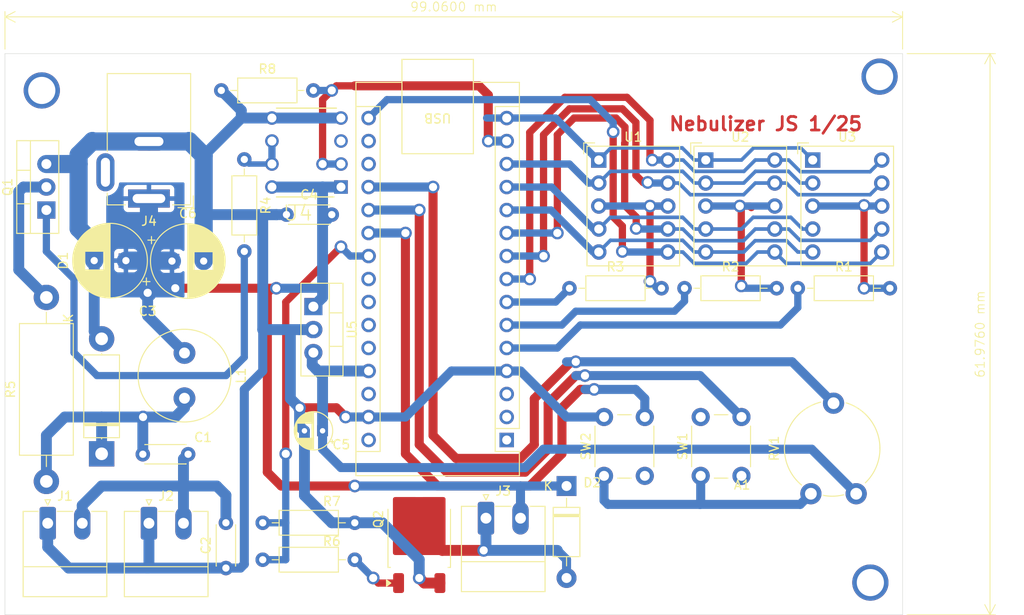
<source format=kicad_pcb>
(kicad_pcb (version 20240108) (generator "pcbnew") (generator_version "8.0")
  (layers (0 "F.Cu" signal) (31 "B.Cu" signal) (34 "B.Paste" user) (35 "F.Paste" user) (36 "B.SilkS" user "B.Silkscreen") (37 "F.SilkS" user "F.Silkscreen") (38 "B.Mask" user) (39 "F.Mask" user) (44 "Edge.Cuts" user))
  (net 0 "")
  (net 3 "SEG_A")
  (net 4 "GND")
  (net 6 "DIG_2")
  (net 7 "SEG_B")
  (net 8 "+5V")
  (net 11 "DIG_3")
  (net 12 "SEG_DP")
  (net 14 "SEG_E")
  (net 15 "SEG_D")
  (net 19 "SEG_G")
  (net 20 "DIG_1")
  (net 21 "SEG_F")
  (net 24 "SEG_C")
  (net 25 "Net-(R1-Pad2)")
  (net 26 "Net-(R2-Pad2)")
  (net 27 "Net-(R3-Pad2)")
  (net 28 "Net-(A1-A0)")
  (net 29 "Net-(J1-Pin_2)")
  (net 30 "Net-(Q1-D)")
  (net 31 "Net-(A1-A1)")
  (net 32 "Pumpe")
  (net 33 "Net-(A1-D11)")
  (net 34 "+12V")
  (net 35 "Net-(D2-A)")
  (net 37 "Net-(Q1-G)")
  (net 38 "Net-(Q2-G)")
  (net 39 "Net-(U4-~OUT)")
  (net 41 "Net-(A1-A2)")
  (net 42 "Net-(D1-A1)")
  (footprint "Potentiometer_THT:Potentiometer_Piher_PT-10-V10_Vertical" (layer "F.Cu") (at 125.944 68.928 90)
    (property "Reference" "RV1")
    (property "Value" "4k7")
  )
  (footprint "Connector_Phoenix_MC:PhoenixContact_MC_1,5_2-G-3.81_1x02_P3.81mm_Horizontal" (layer "F.Cu") (at 36.724 72.186)
    (property "Reference" "J1")
    (property "Value" "Conn_01x02_Pin")
  )
  (footprint "Resistor_THT:R_Axial_DIN0207_L6.3mm_D2.5mm_P10.16mm_Horizontal" (layer "F.Cu") (at 107 46.23)
    (property "Reference" "R2")
    (property "Value" "180R")
  )
  (footprint "Display_7Segment:Sx39-1xxxxx" (layer "F.Cu") (at 97.536 32.07)
    (property "Reference" "U1")
    (property "Value" "SC39-11SRWA")
  )
  (footprint "Connector_Phoenix_MC:PhoenixContact_MC_1,5_2-G-3.81_1x02_P3.81mm_Horizontal" (layer "F.Cu") (at 47.894 72.186)
    (property "Reference" "J2")
    (property "Value" "Conn_01x02_Pin")
  )
  (footprint "Capacitor_THT:C_Disc_D4.3mm_W1.9mm_P5.00mm" (layer "F.Cu") (at 47.218 64.566)
    (property "Reference" "C1")
    (property "Value" "220n")
  )
  (footprint "Package_TO_SOT_THT:TO-220-3_Vertical" (layer "F.Cu") (at 66.04 48.26 -90)
    (property "Reference" "U5")
    (property "Value" "L7805")
  )
  (footprint "Resistor_THT:R_Axial_DIN0207_L6.3mm_D2.5mm_P10.16mm_Horizontal" (layer "F.Cu") (at 60.451 76.214)
    (property "Reference" "R6")
    (property "Value" "180r")
  )
  (footprint "Capacitor_THT:CP_Radial_D8.0mm_P3.50mm" (layer "F.Cu") (at 45.354 43.18 180)
    (property "Reference" "C3")
    (property "Value" "470u")
  )
  (footprint "Diode_THT:D_DO-41_SOD81_P10.16mm_Horizontal" (layer "F.Cu") (at 93.98 68.072 -90)
    (property "Reference" "D2")
    (property "Value" "1N4007")
  )
  (footprint "Resistor_THT:R_Axial_DIN0207_L6.3mm_D2.5mm_P10.16mm_Horizontal" (layer "F.Cu") (at 55.88 24.384)
    (property "Reference" "R8")
    (property "Value" "10k")
  )
  (footprint "Module:Arduino_Nano" (layer "F.Cu") (at 87.376 62.992 180)
    (property "Reference" "A1")
    (property "Value" "Arduino_Nano_v3.x")
  )
  (footprint "Resistor_THT:R_Axial_DIN0614_L14.3mm_D5.7mm_P20.32mm_Horizontal" (layer "F.Cu") (at 36.576 67.564 90)
    (property "Reference" "R5")
    (property "Value" "0r1")
  )
  (footprint "Connector_BarrelJack:BarrelJack_GCT_DCJ200-10-A_Horizontal" (layer "F.Cu") (at 47.894 36.322 180)
    (property "Reference" "J4")
    (property "Value" "Barrel_Jack_Switch")
  )
  (footprint "Display_7Segment:Sx39-1xxxxx" (layer "F.Cu") (at 121.146 32.07)
    (property "Reference" "U3")
    (property "Value" "SC39-11SRWA")
  )
  (footprint "Package_TO_SOT_SMD:TO-252-2" (layer "F.Cu") (at 77.723 73.753 90)
    (property "Reference" "Q2")
    (property "Value" "IRFR3410")
  )
  (footprint "Capacitor_THT:CP_Radial_D4.0mm_P2.00mm" (layer "F.Cu") (at 67.056 61.976 180)
    (property "Reference" "C5")
    (property "Value" "10u")
  )
  (footprint "Capacitor_THT:C_Disc_D4.3mm_W1.9mm_P5.00mm" (layer "F.Cu") (at 63.072 38.1)
    (property "Reference" "C4")
    (property "Value" "100n")
  )
  (footprint "Package_TO_SOT_THT:TO-220-3_Vertical" (layer "F.Cu") (at 36.576 37.592 90)
    (property "Reference" "Q1")
    (property "Value" "IRFI640")
  )
  (footprint "Capacitor_THT:C_Disc_D4.3mm_W1.9mm_P5.00mm" (layer "F.Cu") (at 56.388 77.136 90)
    (property "Reference" "C2")
    (property "Value" "1n")
  )
  (footprint "MCP1407_E_P:DIP254P762X432-8" (layer "F.Cu") (at 61.468 27.432 180)
    (property "Reference" "U4")
    (property "Value" "MCP1407-E_P")
  )
  (footprint "Inductor_THT:L_Radial_D10.0mm_P5.00mm_Neosid_SD12_style3" (layer "F.Cu") (at 51.816 53.38 -90)
    (property "Reference" "L1")
    (property "Value" "100u")
  )
  (footprint "Capacitor_THT:CP_Radial_D8.0mm_P3.50mm" (layer "F.Cu") (at 50.434 43.23)
    (property "Reference" "C6")
    (property "Value" "470u")
  )
  (footprint "Resistor_THT:R_Axial_DIN0207_L6.3mm_D2.5mm_P10.16mm_Horizontal" (layer "F.Cu") (at 94.3 46.23)
    (property "Reference" "R3")
    (property "Value" "180R")
  )
  (footprint "Button_Switch_THT:SW_PUSH_6mm_H5mm" (layer "F.Cu") (at 108.784 66.952 90)
    (property "Reference" "SW1")
    (property "Value" "SW_Push")
  )
  (footprint "Display_7Segment:Sx39-1xxxxx" (layer "F.Cu") (at 109.341 32.07)
    (property "Reference" "U2")
    (property "Value" "SC39-11SRWA")
  )
  (footprint "Connector_Phoenix_MC:PhoenixContact_MC_1,5_2-G-3.81_1x02_P3.81mm_Horizontal" (layer "F.Cu") (at 85.088 71.628)
    (property "Reference" "J3")
    (property "Value" "Conn_01x02_Pin")
  )
  (footprint "Diode_THT:D_5W_P12.70mm_Horizontal" (layer "F.Cu") (at 42.672 64.516 90)
    (property "Reference" "D1")
    (property "Value" "P6KE 220A")
  )
  (footprint "Button_Switch_THT:SW_PUSH_6mm_H5mm" (layer "F.Cu") (at 98.116 66.952 90)
    (property "Reference" "SW2")
    (property "Value" "SW_Push")
  )
  (footprint "Resistor_THT:R_Axial_DIN0207_L6.3mm_D2.5mm_P10.16mm_Horizontal" (layer "F.Cu") (at 58.42 32.004 -90)
    (property "Reference" "R4")
    (property "Value" "10r")
  )
  (footprint "Resistor_THT:R_Axial_DIN0207_L6.3mm_D2.5mm_P10.16mm_Horizontal" (layer "F.Cu") (at 119.5 46.23)
    (property "Reference" "R1")
    (property "Value" "180R")
  )
  (footprint "Resistor_THT:R_Axial_DIN0207_L6.3mm_D2.5mm_P10.16mm_Horizontal" (layer "F.Cu") (at 60.451 72.136)
    (property "Reference" "R7")
    (property "Value" "100k")
  )
  (gr_line (start 131.064 20.32) (end 131.064 82.296) (stroke (width 0.05)) (layer "Edge.Cuts"))
  (gr_line (start 32.512 82.296) (end 32.004 82.296) (stroke (width 0.05)) (layer "Edge.Cuts"))
  (gr_line (start 131.064 20.32) (end 32.004 20.32) (stroke (width 0.05)) (layer "Edge.Cuts"))
  (gr_line (start 32.004 82.296) (end 32.004 20.32) (stroke (width 0.05)) (layer "Edge.Cuts"))
  (gr_line (start 131.064 82.296) (end 32.512 82.296) (stroke (width 0.05)) (layer "Edge.Cuts"))
  (gr_text "Nebulizer JS 1/25" (at 105.156 28.956 0) (layer "F.Cu") (effects (font (size 1.5 1.5) (thickness 0.3) (bold yes)) (justify left bottom)))
  (dimension (type aligned) (layer "F.SilkS") (pts (xy 131.064 20.32) (xy 32.004 20.32)) (height 4.063999) (gr_text "99,0600 mm" (at 81.534 15.156001 0) (layer "F.SilkS") (effects (font (size 1 1) (thickness 0.1)))) (format (prefix "") (suffix "") (units 3) (units_format 1) (precision 4)) (style (thickness 0.1) (arrow_length 1.27) (text_position_mode 0) (extension_height 0.58642) (extension_offset 0.5) keep_text_aligned))
  (dimension (type aligned) (layer "F.SilkS") (pts (xy 131.064 20.32) (xy 131.064 82.296)) (height -9.652) (gr_text "61,9760 mm" (at 139.616 51.308 90) (layer "F.SilkS") (effects (font (size 1 1) (thickness 0.1)))) (format (prefix "") (suffix "") (units 3) (units_format 1) (precision 4)) (style (thickness 0.1) (arrow_length 1.27) (text_position_mode 0) (extension_height 0.58642) (extension_offset 0.5) keep_text_aligned))
  (via (at 36.068 24.384) (size 4) (drill 3) (layers "F.Cu" "B.Cu") (net 0))
  (via (at 128.524 22.86) (size 4) (drill 3) (layers "F.Cu" "B.Cu") (net 0))
  (via (at 127.508 78.74) (size 4) (drill 3) (layers "F.Cu" "B.Cu") (net 0))
  (segment (start 100.65 25.146) (end 103.19 27.686) (width 0.8) (layer "F.Cu") (net 3))
  (segment (start 103.19 31.816) (end 103.444 32.07) (width 0.8) (layer "F.Cu") (net 3))
  (segment (start 89.916 29.022) (end 93.792 25.146) (width 0.8) (layer "F.Cu") (net 3))
  (segment (start 93.792 25.146) (end 100.65 25.146) (width 0.8) (layer "F.Cu") (net 3))
  (segment (start 103.19 27.686) (end 103.19 31.816) (width 0.8) (layer "F.Cu") (net 3))
  (segment (start 89.916 45.212) (end 89.916 29.022) (width 0.8) (layer "F.Cu") (net 3))
  (via (at 89.916 45.212) (size 1.4) (drill 0.9) (layers "F.Cu" "B.Cu") (net 3))
  (via (at 103.444 32.07) (size 1.4) (drill 0.9) (layers "F.Cu" "B.Cu") (net 3))
  (segment (start 127.476 33.36) (end 128.766 32.07) (width 0.4) (layer "B.Cu") (net 3))
  (segment (start 103.444 32.07) (end 105.156 32.07) (width 0.8) (layer "B.Cu") (net 3))
  (segment (start 114.808 32.07) (end 116.961 32.07) (width 0.4) (layer "B.Cu") (net 3))
  (segment (start 113.558 33.32) (end 114.808 32.07) (width 0.4) (layer "B.Cu") (net 3))
  (segment (start 118.496 32.07) (end 119.786 33.36) (width 0.4) (layer "B.Cu") (net 3))
  (segment (start 87.376 45.212) (end 89.916 45.212) (width 0.8) (layer "B.Cu") (net 3))
  (segment (start 106.841 32.07) (end 108.091 33.32) (width 0.4) (layer "B.Cu") (net 3))
  (segment (start 119.786 33.36) (end 127.476 33.36) (width 0.4) (layer "B.Cu") (net 3))
  (segment (start 105.156 32.07) (end 106.841 32.07) (width 0.4) (layer "B.Cu") (net 3))
  (segment (start 108.091 33.32) (end 113.558 33.32) (width 0.4) (layer "B.Cu") (net 3))
  (segment (start 116.961 32.07) (end 118.496 32.07) (width 0.4) (layer "B.Cu") (net 3))
  (segment (start 80.003 78.793) (end 78.284 78.793) (width 1.2) (layer "F.Cu") (net 4))
  (segment (start 78.284 78.793) (end 77.723 78.232) (width 1.2) (layer "F.Cu") (net 4))
  (segment (start 68.58 59.436) (end 64.516 59.436) (width 1) (layer "F.Cu") (net 4))
  (segment (start 69.596 60.452) (end 68.58 59.436) (width 1) (layer "F.Cu") (net 4))
  (via (at 64.516 59.436) (size 1.4) (drill 0.9) (layers "F.Cu" "B.Cu") (net 4))
  (via (at 69.596 60.452) (size 1.4) (drill 0.9) (layers "F.Cu" "B.Cu") (net 4))
  (via (at 77.723 78.232) (size 1.4) (drill 0.9) (layers "F.Cu" "B.Cu") (net 4))
  (segment (start 52.274 30.022) (end 47.894 30.022) (width 2) (layer "B.Cu") (net 4))
  (segment (start 98.552 70.104) (end 108.712 70.104) (width 1) (layer "B.Cu") (net 4))
  (segment (start 63.072 38.1) (end 61.976 38.1) (width 1.2) (layer "B.Cu") (net 4))
  (segment (start 65.056 61.976) (end 65.024 61.976) (width 1.2) (layer "B.Cu") (net 4))
  (segment (start 98.116 66.952) (end 98.116 69.668) (width 1) (layer "B.Cu") (net 4))
  (segment (start 58.084 26.588) (end 55.88 24.384) (width 1.2) (layer "B.Cu") (net 4))
  (segment (start 87.376 55.372) (end 81.28 55.372) (width 1) (layer "B.Cu") (net 4))
  (segment (start 53.934 43.23) (end 53.934 38.1) (width 2) (layer "B.Cu") (net 4))
  (segment (start 40.132 39.624) (end 40.132 32.512) (width 2) (layer "B.Cu") (net 4))
  (segment (start 61.976 38.1) (end 53.934 38.1) (width 1.2) (layer "B.Cu") (net 4))
  (segment (start 108.784 66.952) (end 108.784 70.032) (width 1) (layer "B.Cu") (net 4))
  (segment (start 64.516 59.436) (end 63.5 58.42) (width 1.2) (layer "B.Cu") (net 4))
  (segment (start 70.611 72.136) (end 68.071 72.136) (width 1.2) (layer "B.Cu") (net 4))
  (segment (start 77.723 78.232) (end 77.723 76.2) (width 1.2) (layer "B.Cu") (net 4))
  (segment (start 56.388 77.136) (end 57.992 77.136) (width 1) (layer "B.Cu") (net 4))
  (segment (start 41.854 43.18) (end 41.854 41.346) (width 2) (layer "B.Cu") (net 4))
  (segment (start 58.084 27.432) (end 58.084 26.588) (width 1.2) (layer "B.Cu") (net 4))
  (segment (start 47.894 72.186) (end 47.894 76.994) (width 1.2) (layer "B.Cu") (net 4))
  (segment (start 63.5 58.42) (end 63.5 50.8) (width 1.2) (layer "B.Cu") (net 4))
  (segment (start 108.712 70.104) (end 119.768 70.104) (width 1) (layer "B.Cu") (net 4))
  (segment (start 47.752 77.136) (end 39.036 77.136) (width 1.2) (layer "B.Cu") (net 4))
  (segment (start 65.024 61.976) (end 64.516 61.468) (width 1.2) (layer "B.Cu") (net 4))
  (segment (start 77.723 76.2) (end 73.659 72.136) (width 1.2) (layer "B.Cu") (net 4))
  (segment (start 60.452 50.8) (end 60.452 38.1) (width 1.2) (layer "B.Cu") (net 4))
  (segment (start 93.98 60.452) (end 88.9 55.372) (width 1) (layer "B.Cu") (net 4))
  (segment (start 119.768 70.104) (end 120.944 68.928) (width 1) (layer "B.Cu") (net 4))
  (segment (start 66.04 50.8) (end 64.516 50.8) (width 1.2) (layer "B.Cu") (net 4))
  (segment (start 108.784 70.032) (end 108.712 70.104) (width 1) (layer "B.Cu") (net 4))
  (segment (start 58.084 27.432) (end 53.934 31.582) (width 1.2) (layer "B.Cu") (net 4))
  (segment (start 56.388 77.136) (end 47.752 77.136) (width 1.2) (layer "B.Cu") (net 4))
  (segment (start 61.468 27.432) (end 58.084 27.432) (width 1.2) (layer "B.Cu") (net 4))
  (segment (start 88.9 55.372) (end 87.376 55.372) (width 1) (layer "B.Cu") (net 4))
  (segment (start 41.854 41.346) (end 40.132 39.624) (width 2) (layer "B.Cu") (net 4))
  (segment (start 98.116 69.668) (end 98.552 70.104) (width 1) (layer "B.Cu") (net 4))
  (segment (start 41.706 30.022) (end 47.894 30.022) (width 2) (layer "B.Cu") (net 4))
  (segment (start 58.42 76.708) (end 58.42 57.404) (width 1) (layer "B.Cu") (net 4))
  (segment (start 60.452 55.372) (end 60.452 50.8) (width 1) (layer "B.Cu") (net 4))
  (segment (start 40.132 32.512) (end 36.576 32.512) (width 2) (layer "B.Cu") (net 4))
  (segment (start 93.98 60.452) (end 98.116 60.452) (width 1) (layer "B.Cu") (net 4))
  (segment (start 39.036 77.136) (end 36.724 74.824) (width 1.2) (layer "B.Cu") (net 4))
  (segment (start 53.934 31.582) (end 52.324 29.972) (width 2) (layer "B.Cu") (net 4))
  (segment (start 72.136 60.452) (end 69.596 60.452) (width 1) (layer "B.Cu") (net 4))
  (segment (start 76.2 60.452) (end 72.136 60.452) (width 1) (layer "B.Cu") (net 4))
  (segment (start 41.656 29.972) (end 41.706 30.022) (width 2) (layer "B.Cu") (net 4))
  (segment (start 81.28 55.372) (end 76.2 60.452) (width 1) (layer "B.Cu") (net 4))
  (segment (start 69.088 27.432) (end 61.468 27.432) (width 1.2) (layer "B.Cu") (net 4))
  (segment (start 41.854 50.998) (end 42.672 51.816) (width 1.2) (layer "B.Cu") (net 4))
  (segment (start 60.452 38.1) (end 61.976 38.1) (width 1.2) (layer "B.Cu") (net 4))
  (segment (start 58.42 57.404) (end 60.452 55.372) (width 1) (layer "B.Cu") (net 4))
  (segment (start 41.854 43.18) (end 41.854 50.998) (width 1.2) (layer "B.Cu") (net 4))
  (segment (start 36.724 74.824) (end 36.724 72.186) (width 1.2) (layer "B.Cu") (net 4))
  (segment (start 53.934 38.1) (end 53.934 31.582) (width 2) (layer "B.Cu") (net 4))
  (segment (start 64.516 61.468) (end 64.516 59.436) (width 1.2) (layer "B.Cu") (net 4))
  (segment (start 40.132 32.512) (end 40.132 31.496) (width 2) (layer "B.Cu") (net 4))
  (segment (start 68.071 72.136) (end 65.056 69.121) (width 1.2) (layer "B.Cu") (net 4))
  (segment (start 57.992 77.136) (end 58.42 76.708) (width 1) (layer "B.Cu") (net 4))
  (segment (start 65.056 69.121) (end 65.056 61.976) (width 1.2) (layer "B.Cu") (net 4))
  (segment (start 73.659 72.136) (end 70.611 72.136) (width 1.2) (layer "B.Cu") (net 4))
  (segment (start 63.5 50.8) (end 60.452 50.8) (width 1.2) (layer "B.Cu") (net 4))
  (segment (start 47.894 76.994) (end 47.752 77.136) (width 1.2) (layer "B.Cu") (net 4))
  (segment (start 52.324 29.972) (end 52.274 30.022) (width 2) (layer "B.Cu") (net 4))
  (segment (start 40.132 31.496) (end 41.656 29.972) (width 2) (layer "B.Cu") (net 4))
  (segment (start 64.516 50.8) (end 63.5 50.8) (width 1.2) (layer "B.Cu") (net 4))
  (segment (start 105.894 48.768) (end 107 47.662) (width 0.8) (layer "B.Cu") (net 6))
  (segment (start 94.996 48.768) (end 105.894 48.768) (width 0.8) (layer "B.Cu") (net 6))
  (segment (start 87.376 50.292) (end 93.472 50.292) (width 0.8) (layer "B.Cu") (net 6))
  (segment (start 107 47.662) (end 107 46.23) (width 0.8) (layer "B.Cu") (net 6))
  (segment (start 93.472 50.292) (end 94.996 48.768) (width 0.8) (layer "B.Cu") (net 6))
  (segment (start 91.44 29.276) (end 91.44 42.164) (width 0.8) (layer "F.Cu") (net 7))
  (segment (start 102.428 34.544) (end 102.936 34.544) (width 0.8) (layer "F.Cu") (net 7))
  (segment (start 101.636 33.752) (end 102.428 34.544) (width 0.8) (layer "F.Cu") (net 7))
  (segment (start 94.3 26.416) (end 100.142 26.416) (width 0.8) (layer "F.Cu") (net 7))
  (segment (start 94.3 26.416) (end 91.44 29.276) (width 0.8) (layer "F.Cu") (net 7))
  (segment (start 91.44 42.164) (end 91.44 42.672) (width 0.8) (layer "F.Cu") (net 7))
  (segment (start 100.142 26.416) (end 101.636 27.91) (width 0.8) (layer "F.Cu") (net 7))
  (segment (start 101.636 27.91) (end 101.636 33.752) (width 0.8) (layer "F.Cu") (net 7))
  (via (at 91.44 42.672) (size 1.4) (drill 0.9) (layers "F.Cu" "B.Cu") (net 7))
  (via (at 102.936 34.544) (size 1.4) (drill 0.9) (layers "F.Cu" "B.Cu") (net 7))
  (segment (start 103.002 34.61) (end 102.936 34.544) (width 0.8) (layer "B.Cu") (net 7))
  (segment (start 106.358081 34.61) (end 107.648081 35.9) (width 0.4) (layer "B.Cu") (net 7))
  (segment (start 119.532 35.9) (end 127.476 35.9) (width 0.4) (layer "B.Cu") (net 7))
  (segment (start 116.961 34.61) (end 118.242 34.61) (width 0.4) (layer "B.Cu") (net 7))
  (segment (start 105.156 34.61) (end 103.002 34.61) (width 0.8) (layer "B.Cu") (net 7))
  (segment (start 113.518 35.9) (end 114.808 34.61) (width 0.4) (layer "B.Cu") (net 7))
  (segment (start 127.476 35.9) (end 128.766 34.61) (width 0.4) (layer "B.Cu") (net 7))
  (segment (start 107.648081 35.9) (end 113.518 35.9) (width 0.4) (layer "B.Cu") (net 7))
  (segment (start 118.242 34.61) (end 119.532 35.9) (width 0.4) (layer "B.Cu") (net 7))
  (segment (start 105.156 34.61) (end 106.358081 34.61) (width 0.4) (layer "B.Cu") (net 7))
  (segment (start 114.808 34.61) (end 116.961 34.61) (width 0.4) (layer "B.Cu") (net 7))
  (segment (start 91.44 42.672) (end 87.376 42.672) (width 0.8) (layer "B.Cu") (net 7))
  (segment (start 67.056 61.976) (end 67.056 55.88) (width 1.2) (layer "B.Cu") (net 8))
  (segment (start 72.136 55.372) (end 66.548 55.372) (width 1.2) (layer "B.Cu") (net 8))
  (segment (start 69.088 66.04) (end 67.056 64.008) (width 1) (layer "B.Cu") (net 8))
  (segment (start 67.056 64.008) (end 67.056 61.976) (width 1) (layer "B.Cu") (net 8))
  (segment (start 121.024 64.008) (end 91.44 64.008) (width 1) (layer "B.Cu") (net 8))
  (segment (start 65.916 54.74) (end 65.916 53.464) (width 1.2) (layer "B.Cu") (net 8))
  (segment (start 125.944 68.928) (end 121.024 64.008) (width 1) (layer "B.Cu") (net 8))
  (segment (start 91.44 64.008) (end 89.408 66.04) (width 1) (layer "B.Cu") (net 8))
  (segment (start 89.408 66.04) (end 69.088 66.04) (width 1) (layer "B.Cu") (net 8))
  (segment (start 66.548 55.372) (end 66.294 55.118) (width 1.2) (layer "B.Cu") (net 8))
  (segment (start 67.056 55.88) (end 66.294 55.118) (width 1.2) (layer "B.Cu") (net 8))
  (segment (start 65.916 53.464) (end 66.04 53.34) (width 1.2) (layer "B.Cu") (net 8))
  (segment (start 66.294 55.118) (end 65.916 54.74) (width 1.2) (layer "B.Cu") (net 8))
  (segment (start 87.376 47.752) (end 92.778 47.752) (width 0.8) (layer "B.Cu") (net 11))
  (segment (start 92.778 47.752) (end 94.3 46.23) (width 0.8) (layer "B.Cu") (net 11))
  (segment (start 99.126 38.354) (end 99.126 28.956) (width 0.8) (layer "F.Cu") (net 12))
  (segment (start 100.142 42.164) (end 100.142 39.37) (width 0.8) (layer "F.Cu") (net 12))
  (segment (start 100.142 39.37) (end 99.126 38.354) (width 0.8) (layer "F.Cu") (net 12))
  (via (at 99.126 28.956) (size 1.4) (drill 0.9) (layers "F.Cu" "B.Cu") (net 12))
  (via (at 100.142 42.164) (size 1.4) (drill 0.9) (layers "F.Cu" "B.Cu") (net 12))
  (segment (start 74.168 25.4) (end 96.586 25.4) (width 0.8) (layer "B.Cu") (net 12))
  (segment (start 74.168 25.4) (end 72.136 27.432) (width 0.8) (layer "B.Cu") (net 12))
  (segment (start 99.126 28.956) (end 99.126 27.94) (width 0.8) (layer "B.Cu") (net 12))
  (segment (start 113.812 43.48) (end 115.062 42.23) (width 0.4) (layer "B.Cu") (net 12))
  (segment (start 108.062 43.48) (end 113.812 43.48) (width 0.4) (layer "B.Cu") (net 12))
  (segment (start 100.208 42.23) (end 105.156 42.23) (width 0.8) (layer "B.Cu") (net 12))
  (segment (start 100.142 42.164) (end 100.208 42.23) (width 0.8) (layer "B.Cu") (net 12))
  (segment (start 127.516 43.48) (end 128.766 42.23) (width 0.4) (layer "B.Cu") (net 12))
  (segment (start 115.062 42.23) (end 116.961 42.23) (width 0.4) (layer "B.Cu") (net 12))
  (segment (start 106.812 42.23) (end 108.062 43.48) (width 0.4) (layer "B.Cu") (net 12))
  (segment (start 116.961 42.23) (end 118.211 43.48) (width 0.4) (layer "B.Cu") (net 12))
  (segment (start 105.156 42.23) (end 106.812 42.23) (width 0.4) (layer "B.Cu") (net 12))
  (segment (start 118.211 43.48) (end 127.516 43.48) (width 0.4) (layer "B.Cu") (net 12))
  (segment (start 99.126 27.94) (end 96.586 25.4) (width 0.8) (layer "B.Cu") (net 12))
  (segment (start 120.02 39.69) (end 121.146 39.69) (width 0.4) (layer "B.Cu") (net 14))
  (segment (start 87.376 35.052) (end 92.3315 35.052) (width 0.8) (layer "B.Cu") (net 14))
  (segment (start 108.082 39.69) (end 109.341 39.69) (width 0.4) (layer "B.Cu") (net 14))
  (segment (start 97.536 39.69) (end 98.826 38.4) (width 0.4) (layer "B.Cu") (net 14))
  (segment (start 98.826 38.4) (end 106.792 38.4) (width 0.4) (layer "B.Cu") (net 14))
  (segment (start 97.536 39.69) (end 96.9695 39.69) (width 0.8) (layer "B.Cu") (net 14))
  (segment (start 113.284 39.69) (end 114.574 38.4) (width 0.4) (layer "B.Cu") (net 14))
  (segment (start 118.73 38.4) (end 120.02 39.69) (width 0.4) (layer "B.Cu") (net 14))
  (segment (start 96.9695 39.69) (end 92.3315 35.052) (width 0.8) (layer "B.Cu") (net 14))
  (segment (start 106.792 38.4) (end 108.082 39.69) (width 0.4) (layer "B.Cu") (net 14))
  (segment (start 109.341 39.69) (end 113.284 39.69) (width 0.4) (layer "B.Cu") (net 14))
  (segment (start 114.574 38.4) (end 118.73 38.4) (width 0.4) (layer "B.Cu") (net 14))
  (segment (start 97.536 42.23) (end 98.826 40.94) (width 0.4) (layer "B.Cu") (net 15))
  (segment (start 106.792 40.94) (end 108.082 42.23) (width 0.4) (layer "B.Cu") (net 15))
  (segment (start 113.538 42.23) (end 114.788 40.98) (width 0.4) (layer "B.Cu") (net 15))
  (segment (start 114.788 40.98) (end 118.262 40.98) (width 0.4) (layer "B.Cu") (net 15))
  (segment (start 87.376 37.592) (end 92.268 37.592) (width 0.8) (layer "B.Cu") (net 15))
  (segment (start 98.826 40.94) (end 106.792 40.94) (width 0.4) (layer "B.Cu") (net 15))
  (segment (start 96.906 42.23) (end 92.268 37.592) (width 0.8) (layer "B.Cu") (net 15))
  (segment (start 119.512 42.23) (end 121.146 42.23) (width 0.4) (layer "B.Cu") (net 15))
  (segment (start 109.341 42.23) (end 113.538 42.23) (width 0.4) (layer "B.Cu") (net 15))
  (segment (start 118.262 40.98) (end 119.512 42.23) (width 0.4) (layer "B.Cu") (net 15))
  (segment (start 108.082 42.23) (end 109.341 42.23) (width 0.4) (layer "B.Cu") (net 15))
  (segment (start 97.536 42.23) (end 96.906 42.23) (width 0.8) (layer "B.Cu") (net 15))
  (segment (start 98.872 30.734) (end 106.746 30.734) (width 0.4) (layer "B.Cu") (net 19))
  (segment (start 97.536 32.07) (end 98.872 30.734) (width 0.4) (layer "B.Cu") (net 19))
  (segment (start 97.414 32.07) (end 92.776 27.432) (width 0.8) (layer "B.Cu") (net 19))
  (segment (start 109.341 32.07) (end 113.284 32.07) (width 0.4) (layer "B.Cu") (net 19))
  (segment (start 113.284 32.07) (end 114.62 30.734) (width 0.4) (layer "B.Cu") (net 19))
  (segment (start 119.81 30.734) (end 121.146 32.07) (width 0.4) (layer "B.Cu") (net 19))
  (segment (start 97.536 32.07) (end 97.414 32.07) (width 0.8) (layer "B.Cu") (net 19))
  (segment (start 108.082 32.07) (end 109.341 32.07) (width 0.4) (layer "B.Cu") (net 19))
  (segment (start 114.62 30.734) (end 119.81 30.734) (width 0.4) (layer "B.Cu") (net 19))
  (segment (start 92.776 27.432) (end 85.156 27.432) (width 0.8) (layer "B.Cu") (net 19))
  (segment (start 106.746 30.734) (end 108.082 32.07) (width 0.4) (layer "B.Cu") (net 19))
  (segment (start 119.5 48.37) (end 119.5 46.23) (width 0.8) (layer "B.Cu") (net 20))
  (segment (start 117.578 50.292) (end 119.5 48.37) (width 0.8) (layer "B.Cu") (net 20))
  (segment (start 87.376 52.832) (end 92.964 52.832) (width 0.8) (layer "B.Cu") (net 20))
  (segment (start 95.504 50.292) (end 117.578 50.292) (width 0.8) (layer "B.Cu") (net 20))
  (segment (start 92.964 52.832) (end 95.504 50.292) (width 0.8) (layer "B.Cu") (net 20))
  (segment (start 97.536 34.61) (end 98.826 33.32) (width 0.4) (layer "B.Cu") (net 21))
  (segment (start 87.376 32.512) (end 94.3 32.512) (width 0.8) (layer "B.Cu") (net 21))
  (segment (start 108.082 34.61) (end 109.341 34.61) (width 0.4) (layer "B.Cu") (net 21))
  (segment (start 114.828 33.32) (end 118.476 33.32) (width 0.4) (layer "B.Cu") (net 21))
  (segment (start 118.476 33.32) (end 119.766 34.61) (width 0.4) (layer "B.Cu") (net 21))
  (segment (start 119.766 34.61) (end 121.146 34.61) (width 0.4) (layer "B.Cu") (net 21))
  (segment (start 109.341 34.61) (end 113.538 34.61) (width 0.4) (layer "B.Cu") (net 21))
  (segment (start 97.536 34.61) (end 96.398 34.61) (width 0.8) (layer "B.Cu") (net 21))
  (segment (start 96.398 34.61) (end 94.3 32.512) (width 0.8) (layer "B.Cu") (net 21))
  (segment (start 98.826 33.32) (end 106.792 33.32) (width 0.4) (layer "B.Cu") (net 21))
  (segment (start 113.538 34.61) (end 114.828 33.32) (width 0.4) (layer "B.Cu") (net 21))
  (segment (start 106.792 33.32) (end 108.082 34.61) (width 0.4) (layer "B.Cu") (net 21))
  (segment (start 92.964 29.276) (end 92.964 40.132) (width 0.8) (layer "F.Cu") (net 24))
  (segment (start 100.396 30.226) (end 100.396 37.084) (width 0.8) (layer "F.Cu") (net 24))
  (segment (start 94.808 27.432) (end 92.964 29.276) (width 0.8) (layer "F.Cu") (net 24))
  (segment (start 100.396 37.084) (end 101.666 38.354) (width 0.8) (layer "F.Cu") (net 24))
  (segment (start 99.440478 27.432) (end 100.426 28.417522) (width 0.8) (layer "F.Cu") (net 24))
  (segment (start 100.426 28.417522) (end 100.426 30.196) (width 0.8) (layer "F.Cu") (net 24))
  (segment (start 94.808 27.432) (end 99.440478 27.432) (width 0.8) (layer "F.Cu") (net 24))
  (segment (start 101.666 38.354) (end 101.666 39.624) (width 0.8) (layer "F.Cu") (net 24))
  (segment (start 100.426 30.196) (end 100.396 30.226) (width 0.8) (layer "F.Cu") (net 24))
  (via (at 101.666 39.624) (size 1.4) (drill 0.9) (layers "F.Cu" "B.Cu") (net 24))
  (via (at 92.964 40.132) (size 1.4) (drill 0.9) (layers "F.Cu" "B.Cu") (net 24))
  (segment (start 114.808 39.69) (end 116.961 39.69) (width 0.4) (layer "B.Cu") (net 24))
  (segment (start 101.666 39.624) (end 101.732 39.69) (width 0.8) (layer "B.Cu") (net 24))
  (segment (start 118.496 39.69) (end 119.746 40.94) (width 0.4) (layer "B.Cu") (net 24))
  (segment (start 113.518 40.98) (end 114.808 39.69) (width 0.4) (layer "B.Cu") (net 24))
  (segment (start 87.376 40.132) (end 92.964 40.132) (width 0.8) (layer "B.Cu") (net 24))
  (segment (start 101.732 39.69) (end 105.156 39.69) (width 0.8) (layer "B.Cu") (net 24))
  (segment (start 106.812 39.69) (end 108.102 40.98) (width 0.4) (layer "B.Cu") (net 24))
  (segment (start 105.156 39.69) (end 106.812 39.69) (width 0.4) (layer "B.Cu") (net 24))
  (segment (start 127.516 40.94) (end 128.766 39.69) (width 0.4) (layer "B.Cu") (net 24))
  (segment (start 116.961 39.69) (end 118.496 39.69) (width 0.4) (layer "B.Cu") (net 24))
  (segment (start 119.746 40.94) (end 127.516 40.94) (width 0.4) (layer "B.Cu") (net 24))
  (segment (start 108.102 40.98) (end 113.518 40.98) (width 0.4) (layer "B.Cu") (net 24))
  (segment (start 126.812 46.228) (end 126.812 37.084) (width 0.8) (layer "F.Cu") (net 25))
  (via (at 126.812 37.084) (size 1.4) (drill 0.9) (layers "F.Cu" "B.Cu") (net 25))
  (via (at 126.812 46.228) (size 1.4) (drill 0.9) (layers "F.Cu" "B.Cu") (net 25))
  (segment (start 126.814 46.23) (end 126.812 46.228) (width 0.8) (layer "B.Cu") (net 25))
  (segment (start 129.66 46.23) (end 126.814 46.23) (width 0.8) (layer "B.Cu") (net 25))
  (segment (start 121.146 37.15) (end 128.766 37.15) (width 0.8) (layer "B.Cu") (net 25))
  (segment (start 114.192065 37.15) (end 113.096 37.15) (width 0.8) (layer "F.Cu") (net 26))
  (segment (start 113.26 45.974) (end 113.26 37.323935) (width 0.8) (layer "F.Cu") (net 26))
  (segment (start 114.366 37.323935) (end 114.192065 37.15) (width 0.8) (layer "F.Cu") (net 26))
  (via (at 113.26 45.974) (size 1.4) (drill 0.9) (layers "F.Cu" "B.Cu") (net 26))
  (via (at 113.096 37.15) (size 1.4) (drill 0.9) (layers "F.Cu" "B.Cu") (net 26))
  (segment (start 113.516 46.23) (end 113.26 45.974) (width 0.8) (layer "B.Cu") (net 26))
  (segment (start 117.16 46.23) (end 113.516 46.23) (width 0.8) (layer "B.Cu") (net 26))
  (segment (start 109.341 37.15) (end 116.961 37.15) (width 0.8) (layer "B.Cu") (net 26))
  (segment (start 103.19 45.466) (end 103.19 37.15) (width 0.8) (layer "F.Cu") (net 27))
  (segment (start 103.886 37.15) (end 105.156 37.15) (width 0.8) (layer "F.Cu") (net 27))
  (via (at 103.19 37.15) (size 1.4) (drill 0.9) (layers "F.Cu" "B.Cu") (net 27))
  (via (at 103.19 45.466) (size 1.4) (drill 0.9) (layers "F.Cu" "B.Cu") (net 27))
  (segment (start 103.19 45.466) (end 103.954 46.23) (width 0.8) (layer "B.Cu") (net 27))
  (segment (start 97.536 37.15) (end 103.19 37.15) (width 0.8) (layer "B.Cu") (net 27))
  (segment (start 103.19 37.15) (end 105.156 37.15) (width 0.8) (layer "B.Cu") (net 27))
  (segment (start 103.954 46.23) (end 104.46 46.23) (width 0.8) (layer "B.Cu") (net 27))
  (segment (start 88.9 65.024) (end 81.788 65.024) (width 1) (layer "F.Cu") (net 28))
  (segment (start 81.788 65.024) (end 79.248 62.484) (width 1) (layer "F.Cu") (net 28))
  (segment (start 90.424 58.42) (end 90.424 63.5) (width 1) (layer "F.Cu") (net 28))
  (segment (start 94.488 54.356) (end 90.424 58.42) (width 1) (layer "F.Cu") (net 28))
  (segment (start 94.996 54.356) (end 94.488 54.356) (width 1) (layer "F.Cu") (net 28))
  (segment (start 79.248 62.484) (end 79.248 35.052) (width 1) (layer "F.Cu") (net 28))
  (segment (start 90.424 63.5) (end 88.9 65.024) (width 1) (layer "F.Cu") (net 28))
  (via (at 94.996 54.356) (size 1.4) (drill 0.9) (layers "F.Cu" "B.Cu") (net 28))
  (via (at 79.248 35.052) (size 1.4) (drill 0.9) (layers "F.Cu" "B.Cu") (net 28))
  (segment (start 118.872 54.356) (end 93.98 54.356) (width 1) (layer "B.Cu") (net 28))
  (segment (start 123.444 58.928) (end 118.872 54.356) (width 1) (layer "B.Cu") (net 28))
  (segment (start 72.136 35.052) (end 79.248 35.052) (width 1) (layer "B.Cu") (net 28))
  (segment (start 40.534 72.186) (end 40.534 70.21) (width 1.2) (layer "B.Cu") (net 29))
  (segment (start 51.704 65.08) (end 52.218 64.566) (width 1.2) (layer "B.Cu") (net 29))
  (segment (start 51.704 72.186) (end 51.704 68.072) (width 1.2) (layer "B.Cu") (net 29))
  (segment (start 40.534 70.21) (end 42.672 68.072) (width 1.2) (layer "B.Cu") (net 29))
  (segment (start 56.388 72.136) (end 56.388 69.088) (width 1.2) (layer "B.Cu") (net 29))
  (segment (start 55.372 68.072) (end 51.704 68.072) (width 1.2) (layer "B.Cu") (net 29))
  (segment (start 51.704 68.072) (end 51.704 65.08) (width 1.2) (layer "B.Cu") (net 29))
  (segment (start 42.672 68.072) (end 51.704 68.072) (width 1.2) (layer "B.Cu") (net 29))
  (segment (start 56.388 69.088) (end 55.372 68.072) (width 1.2) (layer "B.Cu") (net 29))
  (segment (start 33.528 44.196) (end 36.576 47.244) (width 1.2) (layer "B.Cu") (net 30))
  (segment (start 34.036 35.052) (end 33.528 35.56) (width 1.2) (layer "B.Cu") (net 30))
  (segment (start 36.576 35.052) (end 34.036 35.052) (width 1.2) (layer "B.Cu") (net 30))
  (segment (start 33.528 35.56) (end 33.528 44.196) (width 1.2) (layer "B.Cu") (net 30))
  (segment (start 94.996 55.88) (end 91.948 58.928) (width 1) (layer "F.Cu") (net 31))
  (segment (start 91.948 58.928) (end 91.948 64.008) (width 1) (layer "F.Cu") (net 31))
  (segment (start 91.948 64.008) (end 89.408 66.548) (width 1) (layer "F.Cu") (net 31))
  (segment (start 96.012 55.88) (end 94.996 55.88) (width 1) (layer "F.Cu") (net 31))
  (segment (start 89.408 66.548) (end 80.772 66.548) (width 1) (layer "F.Cu") (net 31))
  (segment (start 80.772 66.548) (end 77.724 63.5) (width 1) (layer "F.Cu") (net 31))
  (segment (start 77.724 63.5) (end 77.724 37.592) (width 1) (layer "F.Cu") (net 31))
  (via (at 77.724 37.592) (size 1.4) (drill 0.9) (layers "F.Cu" "B.Cu") (net 31))
  (via (at 96.012 55.88) (size 1.4) (drill 0.9) (layers "F.Cu" "B.Cu") (net 31))
  (segment (start 108.712 55.88) (end 94.996 55.88) (width 1) (layer "B.Cu") (net 31))
  (segment (start 72.136 37.592) (end 77.724 37.592) (width 1) (layer "B.Cu") (net 31))
  (segment (start 113.284 60.452) (end 108.712 55.88) (width 1) (layer "B.Cu") (net 31))
  (segment (start 62.992 47.752) (end 62.992 64.516) (width 0.8) (layer "F.Cu") (net 32))
  (segment (start 69.088 41.656) (end 62.992 47.752) (width 0.8) (layer "F.Cu") (net 32))
  (via (at 69.088 41.656) (size 1.4) (drill 0.9) (layers "F.Cu" "B.Cu") (net 32))
  (via (at 62.992 64.516) (size 1.4) (drill 0.9) (layers "F.Cu" "B.Cu") (net 32))
  (segment (start 62.991 64.517) (end 62.992 64.516) (width 0.8) (layer "B.Cu") (net 32))
  (segment (start 62.991 72.136) (end 62.991 76.214) (width 0.8) (layer "B.Cu") (net 32))
  (segment (start 60.451 72.136) (end 62.991 72.136) (width 0.8) (layer "B.Cu") (net 32))
  (segment (start 62.991 72.136) (end 62.991 64.517) (width 0.8) (layer "B.Cu") (net 32))
  (segment (start 72.136 42.672) (end 70.104 42.672) (width 0.8) (layer "B.Cu") (net 32))
  (segment (start 60.451 76.214) (end 62.991 76.214) (width 0.8) (layer "B.Cu") (net 32))
  (segment (start 70.104 42.672) (end 69.088 41.656) (width 0.8) (layer "B.Cu") (net 32))
  (segment (start 67.056 32.512) (end 67.056 25.4) (width 0.8) (layer "F.Cu") (net 33))
  (segment (start 85.344 24.892) (end 84.328 23.876) (width 1) (layer "F.Cu") (net 33))
  (segment (start 67.056 25.4) (end 68.072 24.384) (width 0.8) (layer "F.Cu") (net 33))
  (segment (start 84.328 23.876) (end 70.612 23.876) (width 1) (layer "F.Cu") (net 33))
  (segment (start 68.58 23.876) (end 70.612 23.876) (width 0.8) (layer "F.Cu") (net 33))
  (segment (start 68.072 24.384) (end 68.58 23.876) (width 0.8) (layer "F.Cu") (net 33))
  (segment (start 85.344 29.972) (end 85.344 24.892) (width 1) (layer "F.Cu") (net 33))
  (via (at 69.088 32.512) (size 1.4) (drill 0.9) (layers "F.Cu" "B.Cu") (net 33))
  (via (at 68.072 24.384) (size 1.4) (drill 0.9) (layers "F.Cu" "B.Cu") (net 33))
  (via (at 67.056 32.512) (size 1.4) (drill 0.9) (layers "F.Cu" "B.Cu") (net 33))
  (via (at 85.344 29.972) (size 1.4) (drill 0.9) (layers "F.Cu" "B.Cu") (net 33))
  (segment (start 87.376 29.972) (end 85.344 29.972) (width 1) (layer "B.Cu") (net 33))
  (segment (start 69.088 32.512) (end 67.056 32.512) (width 0.8) (layer "B.Cu") (net 33))
  (segment (start 66.04 24.384) (end 68.072 24.384) (width 0.8) (layer "B.Cu") (net 33))
  (segment (start 61.952 46.228) (end 61.468 46.228) (width 1) (layer "F.Cu") (net 34))
  (segment (start 62.484 68.072) (end 70.612 68.072) (width 1) (layer "F.Cu") (net 34))
  (segment (start 60.96 46.736) (end 60.96 66.548) (width 1) (layer "F.Cu") (net 34))
  (segment (start 61.468 46.228) (end 60.96 46.736) (width 1) (layer "F.Cu") (net 34))
  (segment (start 61.468 46.228) (end 50.8 46.228) (width 1) (layer "F.Cu") (net 34))
  (segment (start 60.96 66.548) (end 62.484 68.072) (width 1) (layer "F.Cu") (net 34))
  (via (at 47.752 46.736) (size 1.4) (drill 0.9) (layers "F.Cu" "B.Cu") (net 34))
  (via (at 61.952 46.228) (size 1.4) (drill 0.9) (layers "F.Cu" "B.Cu") (net 34))
  (via (at 50.8 46.228) (size 1.4) (drill 0.9) (layers "F.Cu" "B.Cu") (net 34))
  (via (at 70.612 68.072) (size 1.4) (drill 0.9) (layers "F.Cu" "B.Cu") (net 34))
  (segment (start 47.752 49.276) (end 47.752 46.736) (width 1.2) (layer "B.Cu") (net 34))
  (segment (start 67.056 47.244) (end 67.056 46.228) (width 1.2) (layer "B.Cu") (net 34))
  (segment (start 47.752 45.72) (end 47.752 43.18) (width 2) (layer "B.Cu") (net 34))
  (segment (start 47.894 43.038) (end 47.752 43.18) (width 2) (layer "B.Cu") (net 34))
  (segment (start 61.952 46.228) (end 67.056 46.228) (width 1) (layer "B.Cu") (net 34))
  (segment (start 66.04 48.26) (end 67.056 47.244) (width 1.2) (layer "B.Cu") (net 34))
  (segment (start 50.8 46.228) (end 48.26 46.228) (width 2) (layer "B.Cu") (net 34))
  (segment (start 48.26 46.228) (end 47.752 45.72) (width 2) (layer "B.Cu") (net 34))
  (segment (start 93.98 68.072) (end 88.9 68.072) (width 1) (layer "B.Cu") (net 34))
  (segment (start 67.056 39.116) (end 68.072 38.1) (width 1.2) (layer "B.Cu") (net 34))
  (segment (start 47.752 43.18) (end 50.384 43.18) (width 2) (layer "B.Cu") (net 34))
  (segment (start 50.384 43.18) (end 50.434 43.23) (width 2) (layer "B.Cu") (net 34))
  (segment (start 51.816 53.38) (end 51.816 53.34) (width 1.2) (layer "B.Cu") (net 34))
  (segment (start 67.056 46.228) (end 67.056 39.116) (width 1.2) (layer "B.Cu") (net 34))
  (segment (start 47.752 46.736) (end 47.752 45.72) (width 2) (layer "B.Cu") (net 34))
  (segment (start 88.9 68.072) (end 70.612 68.072) (width 1) (layer "B.Cu") (net 34))
  (segment (start 67.056 35.052) (end 69.088 35.052) (width 1.2) (layer "B.Cu") (net 34))
  (segment (start 88.898 71.628) (end 88.898 68.074) (width 1) (layer "B.Cu") (net 34))
  (segment (start 51.816 53.34) (end 47.752 49.276) (width 1.2) (layer "B.Cu") (net 34))
  (segment (start 88.898 68.074) (end 88.9 68.072) (width 1) (layer "B.Cu") (net 34))
  (segment (start 45.354 43.18) (end 47.752 43.18) (width 2) (layer "B.Cu") (net 34))
  (segment (start 47.894 36.322) (end 47.894 43.038) (width 2) (layer "B.Cu") (net 34))
  (segment (start 67.056 39.116) (end 67.056 35.052) (width 1.2) (layer "B.Cu") (net 34))
  (segment (start 61.468 35.052) (end 67.056 35.052) (width 1.2) (layer "B.Cu") (net 34))
  (segment (start 84.835 75.184) (end 80.264 75.184) (width 1.2) (layer "F.Cu") (net 35))
  (segment (start 80.264 75.184) (end 79.248 74.168) (width 1.2) (layer "F.Cu") (net 35))
  (via (at 84.835 75.184) (size 1.4) (drill 0.9) (layers "F.Cu" "B.Cu") (net 35))
  (segment (start 84.835 75.184) (end 92.963 75.184) (width 1.2) (layer "B.Cu") (net 35))
  (segment (start 85.088 74.931) (end 84.835 75.184) (width 1.2) (layer "B.Cu") (net 35))
  (segment (start 93.98 78.232) (end 93.98 76.2) (width 1) (layer "B.Cu") (net 35))
  (segment (start 85.088 71.628) (end 85.088 74.931) (width 1.2) (layer "B.Cu") (net 35))
  (segment (start 93.98 76.2) (end 92.964 75.184) (width 1) (layer "B.Cu") (net 35))
  (segment (start 56.388 55.88) (end 58.42 53.848) (width 0.8) (layer "B.Cu") (net 37))
  (segment (start 36.576 37.592) (end 36.576 42.164) (width 0.8) (layer "B.Cu") (net 37))
  (segment (start 39.624 45.212) (end 39.624 53.34) (width 0.8) (layer "B.Cu") (net 37))
  (segment (start 42.164 55.88) (end 56.388 55.88) (width 0.8) (layer "B.Cu") (net 37))
  (segment (start 58.42 53.848) (end 58.42 42.164) (width 0.8) (layer "B.Cu") (net 37))
  (segment (start 39.624 53.34) (end 42.164 55.88) (width 0.8) (layer "B.Cu") (net 37))
  (segment (start 36.576 42.164) (end 39.624 45.212) (width 0.8) (layer "B.Cu") (net 37))
  (segment (start 75.443 78.793) (end 73.204 78.793) (width 0.8) (layer "F.Cu") (net 38))
  (segment (start 73.204 78.793) (end 72.643 78.232) (width 0.8) (layer "F.Cu") (net 38))
  (via (at 72.643 78.232) (size 1.4) (drill 0.9) (layers "F.Cu" "B.Cu") (net 38))
  (segment (start 70.625 76.214) (end 72.643 78.232) (width 0.8) (layer "B.Cu") (net 38))
  (segment (start 70.611 76.214) (end 70.625 76.214) (width 0.8) (layer "B.Cu") (net 38))
  (segment (start 58.928 32.512) (end 58.42 32.004) (width 0.6) (layer "B.Cu") (net 39))
  (segment (start 61.468 32.512) (end 61.468 29.972) (width 0.8) (layer "B.Cu") (net 39))
  (segment (start 61.468 32.512) (end 58.928 32.512) (width 0.6) (layer "B.Cu") (net 39))
  (segment (start 93.472 59.436) (end 93.472 64.516) (width 1) (layer "F.Cu") (net 41))
  (segment (start 76.2 64.516) (end 76.2 40.132) (width 1) (layer "F.Cu") (net 41))
  (segment (start 97.028 57.404) (end 95.504 57.404) (width 1) (layer "F.Cu") (net 41))
  (segment (start 93.472 64.516) (end 89.916 68.072) (width 1) (layer "F.Cu") (net 41))
  (segment (start 89.916 68.072) (end 79.756 68.072) (width 1) (layer "F.Cu") (net 41))
  (segment (start 79.756 68.072) (end 76.2 64.516) (width 1) (layer "F.Cu") (net 41))
  (segment (start 95.504 57.404) (end 93.472 59.436) (width 1) (layer "F.Cu") (net 41))
  (via (at 97.028 57.404) (size 1.4) (drill 0.9) (layers "F.Cu" "B.Cu") (net 41))
  (via (at 76.2 40.132) (size 1.4) (drill 0.9) (layers "F.Cu" "B.Cu") (net 41))
  (segment (start 72.136 40.132) (end 76.2 40.132) (width 1) (layer "B.Cu") (net 41))
  (segment (start 102.616 58.42) (end 102.616 60.452) (width 1) (layer "B.Cu") (net 41))
  (segment (start 101.6 57.404) (end 102.616 58.42) (width 1) (layer "B.Cu") (net 41))
  (segment (start 97.536 57.404) (end 101.6 57.404) (width 1) (layer "B.Cu") (net 41))
  (segment (start 96.012 57.404) (end 97.536 57.404) (width 1) (layer "B.Cu") (net 41))
  (segment (start 97.028 57.404) (end 97.536 57.404) (width 0.8) (layer "B.Cu") (net 41))
  (segment (start 52.042 58.606) (end 51.816 58.38) (width 1.2) (layer "F.Cu") (net 42))
  (via (at 47.244 60.452) (size 1.4) (drill 0.9) (layers "F.Cu" "B.Cu") (net 42))
  (segment (start 50.8 60.452) (end 47.244 60.452) (width 1.2) (layer "B.Cu") (net 42))
  (segment (start 42.672 60.452) (end 38.608 60.452) (width 1.2) (layer "B.Cu") (net 42))
  (segment (start 47.218 60.478) (end 47.244 60.452) (width 1.2) (layer "B.Cu") (net 42))
  (segment (start 38.608 60.452) (end 36.576 62.484) (width 1.2) (layer "B.Cu") (net 42))
  (segment (start 51.816 58.38) (end 51.816 59.436) (width 1.2) (layer "B.Cu") (net 42))
  (segment (start 51.816 59.436) (end 50.8 60.452) (width 1.2) (layer "B.Cu") (net 42))
  (segment (start 47.218 64.566) (end 47.218 60.478) (width 1.2) (layer "B.Cu") (net 42))
  (segment (start 36.576 62.484) (end 36.576 67.564) (width 1.2) (layer "B.Cu") (net 42))
  (segment (start 42.672 64.516) (end 42.672 60.452) (width 1.2) (layer "B.Cu") (net 42))
  (segment (start 47.244 60.452) (end 42.672 60.452) (width 1.2) (layer "B.Cu") (net 42))
  (zone (net 34) (net_name "+12V") (layer "B.Cu") (connect_pads (clearance 0.5)) (min_thickness 0.25) (fill yes (thermal_gap 0.5) (thermal_bridge_width 0.5))
    (polygon (pts (xy 43.18 34.544) (xy 51.816 34.544) (xy 51.816 47.244) (xy 43.18 47.244)))
  )
)
</source>
